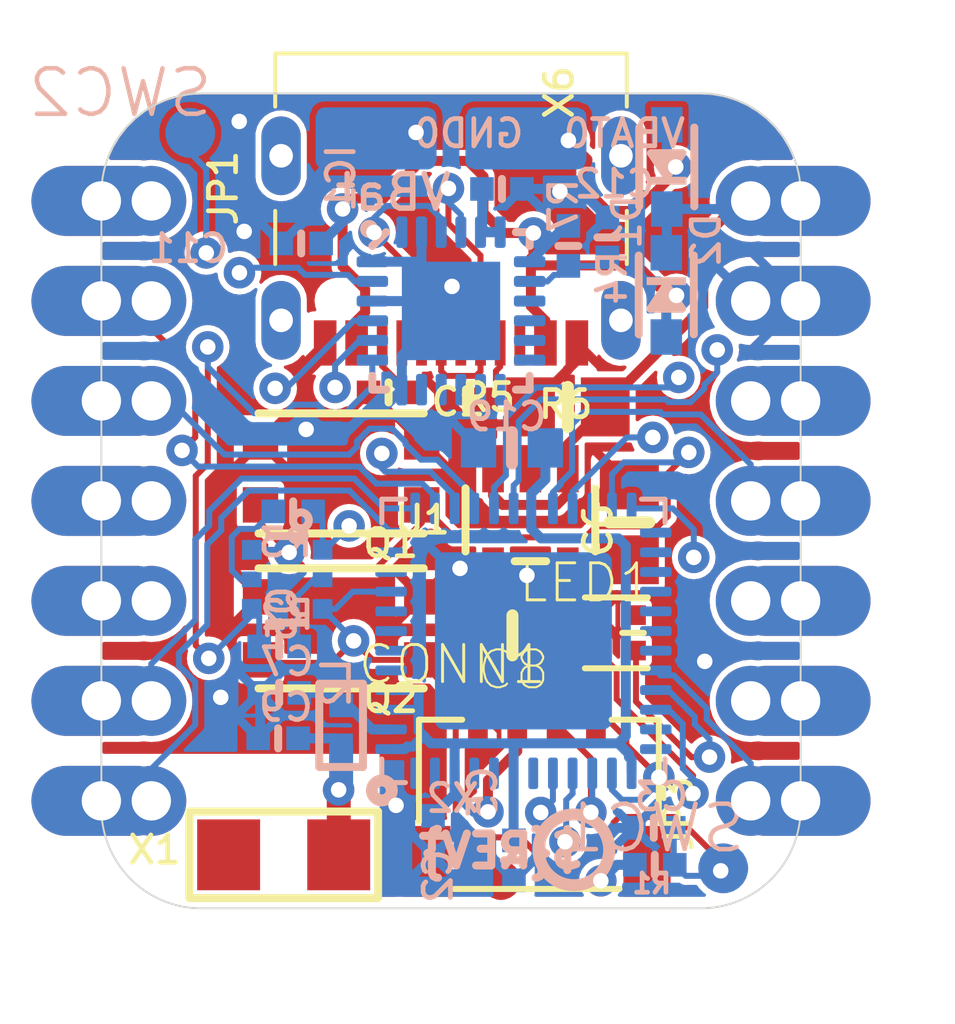
<source format=kicad_pcb>
(kicad_pcb (version 20221018) (generator pcbnew)
  (layers (0 "F.Cu" signal) (1 "In1.Cu" signal) (2 "In2.Cu" signal) (31 "B.Cu" signal) (34 "B.Paste" user) (35 "F.Paste" user) (36 "B.SilkS" user "B.Silkscreen") (37 "F.SilkS" user "F.Silkscreen") (38 "B.Mask" user) (39 "F.Mask" user) (44 "Edge.Cuts" user))
  (net 0 "")
  (net 1 "GND")
  (net 2 "D+")
  (net 3 "D-")
  (net 4 "VBUS")
  (net 5 "~{RESET}")
  (net 6 "3.3V")
  (net 7 "A0")
  (net 8 "CC1")
  (net 9 "CC2")
  (net 10 "A3")
  (net 11 "MOSI")
  (net 12 "MISO")
  (net 13 "SCK")
  (net 14 "SDA")
  (net 15 "A2")
  (net 16 "A1")
  (net 17 "SCL")
  (net 18 "NEOPIX")
  (net 19 "+5V")
  (net 20 "LNA")
  (net 21 "N$3")
  (net 22 "IO0")
  (net 23 "SDA1")
  (net 24 "SCL1")
  (net 25 "NEOPIX_PWR")
  (net 26 "TX")
  (net 27 "RX")
  (net 28 "VBAT")
  (net 29 "DTR")
  (net 30 "VBUS_DETECT")
  (net 31 "RXD0")
  (net 32 "TXD0")
  (net 33 "RTS")
  (net 34 "N$12")
  (net 35 "N$13")
  (net 36 "N$1")
  (footprint "working:BTN_KMR2_4.6X2.8" (layer "F.Cu") (at 145.7071 108.2421 180)
    (fp_text reference "Q2")
    (fp_text value "reset")
  )
  (footprint "working:_0402NO" (layer "F.Cu") (at 146.9136 102.2477)
    (fp_text reference "R5")
    (fp_text value "5.1K")
  )
  (footprint "working:0805-NO" (layer "F.Cu") (at 153.035 105.5497 90)
    (fp_text reference "C6")
    (fp_text value "22uF")
  )
  (footprint "working:USB_C_CUSB31-CFM2AX-01-X" (layer "F.Cu") (at 148.5011 97.4471 180)
    (fp_text reference "X6")
    (fp_text value "USB TYPE C")
  )
  (footprint "working:ANT_2450AT18B100" (layer "F.Cu") (at 144.2466 113.9952 180)
    (fp_text reference "X1")
    (fp_text value "2.4GHz")
  )
  (footprint "working:0805-NO" (layer "F.Cu") (at 151.4729 102.616 180)
    (fp_text reference "C1")
    (fp_text value "22uF")
  )
  (footprint "working:QTPY_ESP32_TOP" (layer "F.Cu") (at 139.6111 115.3541)
    (fp_text reference "U$22" hide)
    (fp_text value "" hide)
  )
  (footprint "working:1X07_CASTEL" (layer "F.Cu") (at 156.1211 105.0036 90)
    (fp_text reference "JP3")
    (fp_text value "")
  )
  (footprint "working:_0402NO" (layer "F.Cu") (at 148.8821 102.4255)
    (fp_text reference "R6")
    (fp_text value "5.1K")
  )
  (footprint "working:SOT23-5" (layer "F.Cu") (at 150.5204 105.4862 180)
    (fp_text reference "U1")
    (fp_text value "AP2112K-3.3")
  )
  (footprint "working:SK6805_1515" (layer "F.Cu") (at 152.7048 108.3564)
    (fp_text reference "LED1")
    (fp_text value "WS2812B_SK6805_1515")
  )
  (footprint "working:FIDUCIAL_1MM" (layer "F.Cu") (at 149.7711 114.6429)
    (fp_text reference "U$8" hide)
    (fp_text value "FIDUCIAL_1MM" hide)
  )
  (footprint "working:BTN_KMR2_4.6X2.8" (layer "F.Cu") (at 145.7071 104.3051 180)
    (fp_text reference "Q1")
    (fp_text value "BOOT0")
  )
  (footprint "working:FIDUCIAL_1MM" (layer "F.Cu") (at 145.8087 95.8596)
    (fp_text reference "U$6" hide)
    (fp_text value "FIDUCIAL_1MM" hide)
  )
  (footprint "working:0805-NO" (layer "F.Cu") (at 150.0632 108.4199 180)
    (fp_text reference "C8")
    (fp_text value "22uF")
  )
  (footprint "working:JST_SH4_SKINNY" (layer "F.Cu") (at 150.6855 112.776)
    (fp_text reference "CONN1")
    (fp_text value "STEMMA_I2C_QTSKINNY" hide)
  )
  (footprint "working:1X07_CASTEL" (layer "F.Cu") (at 140.8811 105.0036 -90)
    (fp_text reference "JP1")
    (fp_text value "")
  )
  (footprint "working:_0402NO" (layer "B.Cu") (at 151.4856 98.5266 90)
    (fp_text reference "R7")
    (fp_text value "10K")
  )
  (footprint "working:TESTPOINT_PLUS_1X3MM" (layer "B.Cu") (at 150.4061 95.7961)
    (fp_text reference "VBAT0")
    (fp_text value "")
  )
  (footprint "working:TESTPOINT_MINUS_1X3MM" (layer "B.Cu") (at 146.5961 95.7961)
    (fp_text reference "GND0")
    (fp_text value "")
  )
  (footprint "working:_0402NO" (layer "B.Cu") (at 144.1069 111.0361 180)
    (fp_text reference "C9")
    (fp_text value "1.2pF")
  )
  (footprint "working:_0402" (layer "B.Cu") (at 145.7071 110.7059 90)
    (fp_text reference "L2")
    (fp_text value "2.2nH")
  )
  (footprint "working:B1,27" (layer "B.Cu") (at 155.4226 114.3381 180)
    (fp_text reference "SWC1")
    (fp_text value "TPB1,27")
  )
  (footprint "working:_0402NO" (layer "B.Cu") (at 150.1013 114.1349 -90)
    (fp_text reference "C5")
    (fp_text value ".1uF")
  )
  (footprint "working:SOD-323_MINI" (layer "B.Cu") (at 153.9748 99.7712 -90)
    (fp_text reference "D1")
    (fp_text value "  NSR0320")
  )
  (footprint "working:_0402NO" (layer "B.Cu") (at 152.4762 98.3107 -90)
    (fp_text reference "R4")
    (fp_text value "22K")
  )
  (footprint "working:_0402NO" (layer "B.Cu") (at 148.0439 113.5126 -90)
    (fp_text reference "C2")
    (fp_text value "1uF")
  )
  (footprint "working:_0402NO" (layer "B.Cu") (at 153.6573 113.3094 180)
    (fp_text reference "C3")
    (fp_text value "1uF")
  )
  (footprint "working:PCBFEAT-REV-040" (layer "B.Cu") (at 151.6253 113.8682 180)
    (fp_text reference "U$12" hide)
    (fp_text value "" hide)
  )
  (footprint "working:QFN24_4MM_SMSC" (layer "B.Cu") (at 148.5011 100.1776 -90)
    (fp_text reference "IC1")
    (fp_text value "CP2102N-24")
  )
  (footprint "working:B1,27" (layer "B.Cu") (at 141.8717 95.6564 180)
    (fp_text reference "SWC2")
    (fp_text value "TPB1,27")
  )
  (footprint "working:_0402NO" (layer "B.Cu") (at 144.4879 105.2703)
    (fp_text reference "R3")
    (fp_text value "10K")
  )
  (footprint "working:SOD-323_MINI" (layer "B.Cu") (at 153.9875 96.52 90)
    (fp_text reference "D2")
    (fp_text value "  NSR0320")
  )
  (footprint "working:_0402NO" (layer "B.Cu") (at 144.6911 98.4631 180)
    (fp_text reference "C11")
    (fp_text value "0.1uF")
  )
  (footprint "working:QFN48_7X7" (layer "B.Cu") (at 150.3426 108.5596)
    (fp_text reference "X2")
    (fp_text value "ESP-32-PICO-V3-02")
  )
  (footprint "working:_0402NO" (layer "B.Cu") (at 153.6827 114.2492)
    (fp_text reference "R1")
    (fp_text value "10K")
  )
  (footprint "working:SOT363" (layer "B.Cu") (at 144.3355 106.9975 -90)
    (fp_text reference "Q5")
    (fp_text value "DUAL NPN")
  )
  (footprint "working:_0402NO" (layer "B.Cu") (at 149.7965 97.0788)
    (fp_text reference "C12")
    (fp_text value "1uF")
  )
  (footprint "working:QTPY_ESP32_BOT" (layer "B.Cu") (at 157.3911 115.3541 180)
    (fp_text reference "U$3" hide)
    (fp_text value "" hide)
  )
  (footprint "working:_0402NO" (layer "B.Cu") (at 144.1323 109.8804 180)
    (fp_text reference "C7")
    (fp_text value "1.2pF")
  )
  (footprint "working:0603-NO_WIDE" (layer "B.Cu") (at 150.0505 103.6574 180)
    (fp_text reference "C19")
    (fp_text value "1uF")
  )
  (footprint "working:_0402NO" (layer "B.Cu") (at 144.1323 108.6993 180)
    (fp_text reference "R2")
    (fp_text value "10K")
  )
  (gr_line (start 139.6111 112.8141) (end 139.6111 97.1931) (stroke (width 0.05)) (layer "Edge.Cuts"))
  (gr_arc (start 139.6111 97.1931) (mid 140.355049 95.397049) (end 142.1511 94.6531) (stroke (width 0.05)) (layer "Edge.Cuts"))
  (gr_line (start 154.8511 115.3541) (end 142.1511 115.3541) (stroke (width 0.05)) (layer "Edge.Cuts"))
  (gr_line (start 142.1511 94.6531) (end 154.8511 94.6531) (stroke (width 0.05)) (layer "Edge.Cuts"))
  (gr_arc (start 142.1511 115.3541) (mid 140.355049 114.610151) (end 139.6111 112.8141) (stroke (width 0.05)) (layer "Edge.Cuts"))
  (gr_arc (start 157.3911 112.8141) (mid 156.647151 114.610151) (end 154.8511 115.3541) (stroke (width 0.05)) (layer "Edge.Cuts"))
  (gr_arc (start 154.8511 94.6531) (mid 156.647151 95.397049) (end 157.3911 97.1931) (stroke (width 0.05)) (layer "Edge.Cuts"))
  (gr_line (start 157.3911 97.1931) (end 157.3911 112.8141) (stroke (width 0.05)) (layer "Edge.Cuts"))
  (gr_text "VBat" (at 147.0279 97.1677) (layer "B.SilkS") (effects (font (size 0.87376 0.87376) (thickness 0.14224)) (justify mirror)))
  (segment (start 148.4631 103.5051) (end 147.7571 103.5051) (width 0.254) (layer "F.Cu") (net 1))
  (segment (start 148.6789 104.9655) (end 148.6789 103.7209) (width 0.254) (layer "F.Cu") (net 1))
  (segment (start 150.5229 102.616) (end 150.0784 103.0605) (width 0.254) (layer "F.Cu") (net 1))
  (segment (start 148.2852 102.5144) (end 147.8407 102.9589) (width 0.254) (layer "F.Cu") (net 1))
  (segment (start 147.8153 102.9589) (end 147.7571 103.0171) (width 0.254) (layer "F.Cu") (net 1))
  (segment (start 152.7121 107.3991) (end 152.7175 107.3991) (width 0.254) (layer "F.Cu") (net 1))
  (segment (start 148.3741 102.4255) (end 148.2852 102.5144) (width 0.254) (layer "F.Cu") (net 1))
  (segment (start 152.5499 104.5997) (end 151.638 105.5116) (width 0.254) (layer "F.Cu") (net 1))
  (segment (start 151.468 101.6684) (end 151.468 101.682832) (width 0.254) (layer "F.Cu") (net 1))
  (segment (start 152.2048 107.9064) (end 152.7121 107.3991) (width 0.254) (layer "F.Cu") (net 1))
  (segment (start 148.8313 103.0605) (end 148.2852 102.5144) (width 0.254) (layer "F.Cu") (net 1))
  (segment (start 145.3011 101.2821) (end 144.7546 101.8286) (width 0.254) (layer "F.Cu") (net 1))
  (segment (start 147.8407 102.9589) (end 147.8153 102.9589) (width 0.254) (layer "F.Cu") (net 1))
  (segment (start 149.2123 105.4989) (end 148.6789 104.9655) (width 0.254) (layer "F.Cu") (net 1))
  (segment (start 151.7011 101.4353) (end 151.468 101.6684) (width 0.254) (layer "F.Cu") (net 1))
  (segment (start 149.640862 105.5116) (end 149.628162 105.4989) (width 0.254) (layer "F.Cu") (net 1))
  (segment (start 151.7011 100.9921) (end 151.7011 101.4353) (width 0.254) (layer "F.Cu") (net 1))
  (segment (start 149.628162 105.4989) (end 149.2123 105.4989) (width 0.254) (layer "F.Cu") (net 1))
  (segment (start 144.7546 101.8286) (end 144.7546 102.2096) (width 0.254) (layer "F.Cu") (net 1))
  (segment (start 150.0784 103.0605) (end 148.8313 103.0605) (width 0.254) (layer "F.Cu") (net 1))
  (segment (start 151.468 101.682832) (end 150.534831 102.616) (width 0.254) (layer "F.Cu") (net 1))
  (segment (start 150.534831 102.616) (end 150.5229 102.616) (width 0.254) (layer "F.Cu") (net 1))
  (segment (start 145.3011 100.9921) (end 145.3011 101.2821) (width 0.254) (layer "F.Cu") (net 1))
  (segment (start 151.638 105.5116) (end 149.640862 105.5116) (width 0.254) (layer "F.Cu") (net 1))
  (segment (start 153.035 104.5997) (end 152.5499 104.5997) (width 0.254) (layer "F.Cu") (net 1))
  (segment (start 147.7571 103.0171) (end 147.7571 103.5051) (width 0.254) (layer "F.Cu") (net 1))
  (segment (start 148.6789 103.7209) (end 148.4631 103.5051) (width 0.254) (layer "F.Cu") (net 1))
  (via (at 143.2433 98.1583) (size 0.8001) (drill 0.3937) (layers "F.Cu" "B.Cu") (net 1))
  (via (at 147.6121 95.6437) (size 0.8001) (drill 0.3937) (layers "F.Cu" "B.Cu") (net 1))
  (via (at 151.2697 97.1423) (size 0.8001) (drill 0.3937) (layers "F.Cu" "B.Cu") (net 1))
  (via (at 147.1041 112.7379) (size 0.8001) (drill 0.3937) (layers "F.Cu" "B.Cu") (net 1))
  (via (at 144.8181 103.1875) (size 0.8001) (drill 0.3937) (layers "F.Cu" "B.Cu") (net 1))
  (via (at 154.9527 109.0803) (size 0.8001) (drill 0.3937) (layers "F.Cu" "B.Cu") (net 1))
  (via (at 150.4315 106.8959) (size 0.8001) (drill 0.3937) (layers "F.Cu" "B.Cu") (net 1))
  (via (at 142.6464 109.9947) (size 0.8001) (drill 0.3937) (layers "F.Cu" "B.Cu") (net 1))
  (via (at 143.1163 95.3643) (size 0.8001) (drill 0.3937) (layers "F.Cu" "B.Cu") (net 1))
  (via (at 148.5265 99.5553) (size 0.8001) (drill 0.3937) (layers "F.Cu" "B.Cu") (net 1))
  (via (at 148.7297 106.7181) (size 0.8001) (drill 0.3937) (layers "F.Cu" "B.Cu") (net 1))
  (segment (start 147.5485 95.6437) (end 147.6121 95.6437) (width 0.254) (layer "B.Cu") (net 1))
  (segment (start 146.5141 102.5779) (end 145.9632 103.1288) (width 0.254) (layer "B.Cu") (net 1))
  (segment (start 152.7302 113.3094) (end 152.2603 113.7793) (width 0.254) (layer "B.Cu") (net 1))
  (segment (start 146.8508 102.5779) (end 146.5141 102.5779) (width 0.254) (layer "B.Cu") (net 1))
  (segment (start 145.0721 96.7867) (end 145.0721 97.0407) (width 0.254) (layer "B.Cu") (net 1))
  (segment (start 147.7511 98.1776) (end 147.7511 99.0847) (width 0.254) (layer "B.Cu") (net 1))
  (segment (start 151.7523 97.0788) (end 152.4762 97.8027) (width 0.254) (layer "B.Cu") (net 1))
  (segment (start 145.9632 103.1288) (end 144.8768 103.1288) (width 0.254) (layer "B.Cu") (net 1))
  (segment (start 148.2217 99.5553) (end 148.5265 99.5553) (width 0.254) (layer "B.Cu") (net 1))
  (segment (start 147.594 98.9276) (end 147.7511 99.0847) (width 0.254) (layer "B.Cu") (net 1))
  (segment (start 147.6121 95.6437) (end 146.9517 96.3041) (width 0.254) (layer "B.Cu") (net 1))
  (segment (start 144.8768 103.1288) (end 144.8181 103.1875) (width 0.254) (layer "B.Cu") (net 1))
  (segment (start 143.6243 109.8804) (end 143.6497 109.9058) (width 0.254) (layer "B.Cu") (net 1))
  (segment (start 147.2511 102.1776) (end 146.8508 102.5779) (width 0.254) (layer "B.Cu") (net 1))
  (segment (start 148.2511 99.9276) (end 148.5011 100.1776) (width 0.254) (layer "B.Cu") (net 1))
  (segment (start 143.6497 109.9058) (end 143.6497 110.9853) (width 0.254) (layer "B.Cu") (net 1))
  (segment (start 146.5011 99.9276) (end 148.2511 99.9276) (width 0.254) (layer "B.Cu") (net 1))
  (segment (start 145.5547 96.3041) (end 145.0721 96.7867) (width 0.254) (layer "B.Cu") (net 1))
  (segment (start 146.9517 96.3041) (end 145.5547 96.3041) (width 0.254) (layer "B.Cu") (net 1))
  (segment (start 148.3868 100.1776) (end 148.5011 100.1776) (width 0.254) (layer "B.Cu") (net 1))
  (segment (start 150.3045 97.0788) (end 151.7523 97.0788) (width 0.254) (layer "B.Cu") (net 1))
  (segment (start 146.5011 98.9276) (end 147.594 98.9276) (width 0.254) (layer "B.Cu") (net 1))
  (segment (start 143.6497 110.9853) (end 143.5989 111.0361) (width 0.254) (layer "B.Cu") (net 1))
  (segment (start 147.2511 101.3133) (end 148.3868 100.1776) (width 0.254) (layer "B.Cu") (net 1))
  (segment (start 147.4461 95.7461) (end 147.5485 95.6437) (width 0.254) (layer "B.Cu") (net 1))
  (segment (start 147.7511 99.0847) (end 148.2217 99.5553) (width 0.254) (layer "B.Cu") (net 1))
  (segment (start 153.1493 113.3094) (end 152.7302 113.3094) (width 0.254) (layer "B.Cu") (net 1))
  (segment (start 147.2511 102.1776) (end 147.2511 101.3133) (width 0.254) (layer "B.Cu") (net 1))
  (segment (start 148.018912 100.1885) (end 148.017112 100.1903) (width 0.1524) (layer "F.Cu") (net 2))
  (segment (start 147.7511 99.39105) (end 146.54375 98.1837) (width 0.1524) (layer "F.Cu") (net 2))
  (segment (start 148.7511 100.2625) (end 148.6771 100.1885) (width 0.1524) (layer "F.Cu") (net 2))
  (segment (start 148.7511 100.9921) (end 148.7511 100.2625) (width 0.1524) (layer "F.Cu") (net 2))
  (segment (start 148.017112 100.1903) (end 147.7511 100.1903) (width 0.1524) (layer "F.Cu") (net 2))
  (segment (start 147.7511 100.1903) (end 147.7511 99.39105) (width 0.1524) (layer "F.Cu") (net 2))
  (segment (start 148.6771 100.1885) (end 148.018912 100.1885) (width 0.1524) (layer "F.Cu") (net 2))
  (segment (start 147.7511 100.9921) (end 147.7511 100.1903) (width 0.1524) (layer "F.Cu") (net 2))
  (via (at 146.54375 98.1837) (size 0.8001) (drill 0.3937) (layers "F.Cu" "B.Cu") (net 2))
  (segment (start 146.54375 97.8154) (end 146.54375 98.1837) (width 0.1524) (layer "B.Cu") (net 2))
  (segment (start 148.2511 97.83365) (end 147.92805 97.5106) (width 0.1524) (layer "B.Cu") (net 2))
  (segment (start 147.92805 97.5106) (end 146.84855 97.5106) (width 0.1524) (layer "B.Cu") (net 2))
  (segment (start 146.84855 97.5106) (end 146.54375 97.8154) (width 0.1524) (layer "B.Cu") (net 2))
  (segment (start 148.2511 98.1776) (end 148.2511 97.83365) (width 0.1524) (layer "B.Cu") (net 2))
  (segment (start 149.2511 98.77015) (end 148.43605 97.9551) (width 0.1524) (layer "F.Cu") (net 3))
  (segment (start 149.2511 100.9921) (end 149.2511 101.7136) (width 0.1524) (layer "F.Cu") (net 3))
  (segment (start 149.2511 100.9921) (end 149.2511 98.77015) (width 0.1524) (layer "F.Cu") (net 3))
  (segment (start 149.2511 101.7136) (end 149.1361 101.8286) (width 0.1524) (layer "F.Cu") (net 3))
  (segment (start 148.43605 97.9551) (end 148.43605 97.0661) (width 0.1524) (layer "F.Cu") (net 3))
  (segment (start 149.1361 101.8286) (end 148.3741 101.8286) (width 0.1524) (layer "F.Cu") (net 3))
  (segment (start 148.2511 101.7056) (end 148.2511 100.9921) (width 0.1524) (layer "F.Cu") (net 3))
  (segment (start 148.3741 101.8286) (end 148.2511 101.7056) (width 0.1524) (layer "F.Cu") (net 3))
  (via (at 148.43605 97.0661) (size 0.8001) (drill 0.3937) (layers "F.Cu" "B.Cu") (net 3))
  (segment (start 148.7511 97.7331) (end 148.4336 97.4156) (width 0.1524) (layer "B.Cu") (net 3))
  (segment (start 148.7511 97.7331) (end 148.7511 98.1776) (width 0.1524) (layer "B.Cu") (net 3))
  (segment (start 148.43605 97.0661) (end 148.4336 97.06855) (width 0.1524) (layer "B.Cu") (net 3))
  (segment (start 148.4336 97.06855) (end 148.4336 97.4156) (width 0.1524) (layer "B.Cu") (net 3))
  (segment (start 150.5331 100.057538) (end 150.5331 98.8441) (width 0.254) (layer "F.Cu") (net 4))
  (segment (start 145.7452 99.052763) (end 145.7452 97.5868) (width 0.254) (layer "F.Cu") (net 4))
  (segment (start 154.00655 99.7839) (end 153.24455 99.0219) (width 0.254) (layer "F.Cu") (net 4))
  (segment (start 149.8346 98.19795) (end 149.3266 97.68995) (width 0.254) (layer "F.Cu") (net 4))
  (segment (start 146.1011 100.425538) (end 146.3171 100.209538) (width 0.254) (layer "F.Cu") (net 4))
  (segment (start 150.5966 98.8441) (end 150.5966 98.19795) (width 0.254) (layer "F.Cu") (net 4))
  (segment (start 153.24455 99.0219) (end 150.5966 99.0219) (width 0.254) (layer "F.Cu") (net 4))
  (segment (start 149.8346 98.19795) (end 150.5966 98.19795) (width 0.254) (layer "F.Cu") (net 4))
  (segment (start 148.9329 96.3676) (end 149.3266 96.7613) (width 0.254) (layer "F.Cu") (net 4))
  (segment (start 150.9011 100.425538) (end 150.5331 100.057538) (width 0.254) (layer "F.Cu") (net 4))
  (segment (start 146.0119 97.3201) (end 146.7866 97.3201) (width 0.254) (layer "F.Cu") (net 4))
  (segment (start 150.9011 100.9921) (end 150.9011 100.425538) (width 0.254) (layer "F.Cu") (net 4))
  (segment (start 154.23515 99.7839) (end 154.00655 99.7839) (width 0.254) (layer "F.Cu") (net 4))
  (segment (start 146.3171 99.624663) (end 145.7452 99.052763) (width 0.254) (layer "F.Cu") (net 4))
  (segment (start 150.5966 99.0219) (end 150.5966 98.8441) (width 0.254) (layer "F.Cu") (net 4))
  (segment (start 145.7452 97.5868) (end 146.0119 97.3201) (width 0.254) (layer "F.Cu") (net 4))
  (segment (start 149.3266 96.7613) (end 149.3266 97.68995) (width 0.254) (layer "F.Cu") (net 4))
  (segment (start 146.1011 100.9921) (end 146.1011 100.425538) (width 0.254) (layer "F.Cu") (net 4))
  (segment (start 146.3171 100.209538) (end 146.3171 99.624663) (width 0.254) (layer "F.Cu") (net 4))
  (segment (start 147.7391 96.3676) (end 146.7866 97.3201) (width 0.254) (layer "F.Cu") (net 4))
  (segment (start 150.5966 98.8441) (end 150.5331 98.8441) (width 0.254) (layer "F.Cu") (net 4))
  (segment (start 147.7391 96.3676) (end 148.9329 96.3676) (width 0.254) (layer "F.Cu") (net 4))
  (via (at 145.7452 97.5868) (size 0.8001) (drill 0.3937) (layers "F.Cu" "B.Cu") (net 4))
  (via (at 150.5966 98.19795) (size 0.8001) (drill 0.3937) (layers "F.Cu" "B.Cu") (net 4))
  (via (at 154.23515 99.7839) (size 0.8001) (drill 0.3937) (layers "F.Cu" "B.Cu") (net 4))
  (segment (start 150.5966 98.19795) (end 150.90295 98.19795) (width 0.254) (layer "B.Cu") (net 4))
  (segment (start 151.06685 98.36185) (end 151.4101 98.0186) (width 0.254) (layer "B.Cu") (net 4))
  (segment (start 145.7452 97.917) (end 145.1991 98.4631) (width 0.254) (layer "B.Cu") (net 4))
  (segment (start 153.9748 100.04425) (end 154.23515 99.7839) (width 0.254) (layer "B.Cu") (net 4))
  (segment (start 150.90295 98.19795) (end 151.06685 98.36185) (width 0.254) (layer "B.Cu") (net 4))
  (segment (start 151.4101 98.0186) (end 151.4856 98.0186) (width 0.254) (layer "B.Cu") (net 4))
  (segment (start 153.9748 100.8412) (end 153.9748 100.04425) (width 0.254) (layer "B.Cu") (net 4))
  (segment (start 150.5011 98.9276) (end 151.06685 98.36185) (width 0.254) (layer "B.Cu") (net 4))
  (segment (start 145.7452 97.5868) (end 145.7452 97.917) (width 0.254) (layer "B.Cu") (net 4))
  (segment (start 146.5071 109.0421) (end 147.7571 109.0421) (width 0.1524) (layer "F.Cu") (net 5))
  (segment (start 154.2449 113.0334) (end 152.777318 113.0334) (width 0.1524) (layer "F.Cu") (net 5))
  (segment (start 146.0246 108.5596) (end 146.5071 109.0421) (width 0.1524) (layer "F.Cu") (net 5))
  (segment (start 149.200021 113.550885) (end 150.269353 113.550885) (width 0.1524) (layer "F.Cu") (net 5))
  (segment (start 152.636218 113.1745) (end 152.636218 113.32695) (width 0.1524) (layer "F.Cu") (net 5))
  (segment (start 150.269353 113.550885) (end 151.010568 114.2921) (width 0.1524) (layer "F.Cu") (net 5))
  (segment (start 148.6207 110.0708) (end 147.7571 109.0421) (width 0.1524) (layer "F.Cu") (net 5))
  (segment (start 148.6207 110.0708) (end 148.6207 112.971563) (width 0.1524) (layer "F.Cu") (net 5))
  (segment (start 152.777318 113.0334) (end 152.636218 113.1745) (width 0.1524) (layer "F.Cu") (net 5))
  (segment (start 155.3591 114.1476) (end 154.2449 113.0334) (width 0.1524) (layer "F.Cu") (net 5))
  (segment (start 155.3591 114.4016) (end 155.3591 114.1476) (width 0.1524) (layer "F.Cu") (net 5))
  (segment (start 143.7333 109.1183) (end 143.6571 109.0421) (width 0.1524) (layer "F.Cu") (net 5))
  (segment (start 148.6207 112.971563) (end 149.200021 113.550885) (width 0.1524) (layer "F.Cu") (net 5))
  (segment (start 151.671068 114.2921) (end 151.010568 114.2921) (width 0.1524) (layer "F.Cu") (net 5))
  (segment (start 152.636218 113.32695) (end 151.671068 114.2921) (width 0.1524) (layer "F.Cu") (net 5))
  (segment (start 146.0246 108.5596) (end 145.4659 109.1183) (width 0.1524) (layer "F.Cu") (net 5))
  (segment (start 145.4659 109.1183) (end 143.7333 109.1183) (width 0.1524) (layer "F.Cu") (net 5))
  (via (at 155.3591 114.4016) (size 0.8001) (drill 0.3937) (layers "F.Cu" "B.Cu") (net 5))
  (via (at 146.0246 108.5596) (size 0.8001) (drill 0.3937) (layers "F.Cu" "B.Cu") (net 5))
  (segment (start 146.0036 107.3096) (end 145.5657 107.7475) (width 0.1524) (layer "B.Cu") (net 5))
  (segment (start 146.9776 107.3096) (end 146.0036 107.3096) (width 0.1524) (layer "B.Cu") (net 5))
  (segment (start 145.5657 107.7475) (end 145.2355 107.7475) (width 0.1524) (layer "B.Cu") (net 5))
  (segment (start 155.2321 114.5286) (end 154.4701 114.5286) (width 0.1524) (layer "B.Cu") (net 5))
  (segment (start 146.0246 108.5366) (end 145.2355 107.7475) (width 0.1524) (layer "B.Cu") (net 5))
  (segment (start 146.0246 108.5596) (end 146.0246 108.5366) (width 0.1524) (layer "B.Cu") (net 5))
  (segment (start 154.1907 114.2492) (end 154.4701 114.5286) (width 0.1524) (layer "B.Cu") (net 5))
  (segment (start 154.1653 113.3094) (end 154.1653 114.2238) (width 0.1524) (layer "B.Cu") (net 5))
  (segment (start 155.3591 114.4016) (end 155.2321 114.5286) (width 0.1524) (layer "B.Cu") (net 5))
  (segment (start 155.4226 114.3381) (end 155.3591 114.4016) (width 0.1524) (layer "B.Cu") (net 5))
  (segment (start 154.1653 114.2238) (end 154.1907 114.2492) (width 0.1524) (layer "B.Cu") (net 5))
  (segment (start 150.1855 110.262) (end 150.1855 109.2476) (width 0.254) (layer "F.Cu") (net 6))
  (segment (start 151.4704 106.7863) (end 151.757 106.4997) (width 0.254) (layer "F.Cu") (net 6))
  (segment (start 151.757 106.4997) (end 153.035 106.4997) (width 0.254) (layer "F.Cu") (net 6))
  (segment (start 150.1855 110.262) (end 150.1855 111.3583) (width 0.254) (layer "F.Cu") (net 6))
  (segment (start 149.44104 112.10276) (end 149.44104 112.90286) (width 0.254) (layer "F.Cu") (net 6))
  (segment (start 150.1855 111.3583) (end 149.44104 112.10276) (width 0.254) (layer "F.Cu") (net 6))
  (segment (start 150.1855 109.2476) (end 151.0132 108.4199) (width 0.254) (layer "F.Cu") (net 6))
  (segment (start 151.4704 107.9627) (end 151.4704 106.7863) (width 0.254) (layer "F.Cu") (net 6))
  (segment (start 151.0132 108.4199) (end 151.4704 107.9627) (width 0.254) (layer "F.Cu") (net 6))
  (via (at 149.44104 112.90286) (size 0.8001) (drill 0.3937) (layers "F.Cu" "B.Cu") (net 6))
  (via (at 152.3111 114.6556) (size 0.8001) (drill 0.3937) (layers "F.Cu" "B.Cu") (net 6))
  (segment (start 148.5926 111.2621) (end 148.5926 111.9246) (width 0.254) (layer "B.Cu") (net 6))
  (segment (start 150.5426 104.8136) (end 150.5426 105.1946) (width 0.254) (layer "B.Cu") (net 6))
  (segment (start 148.5926 111.2621) (end 148.6916 111.1631) (width 0.254) (layer "B.Cu") (net 6))
  (segment (start 150.0926 111.9246) (end 150.0926 113.6182) (width 0.254) (layer "B.Cu") (net 6))
  (segment (start 146.9776 110.3096) (end 147.6476 110.3096) (width 0.254) (layer "B.Cu") (net 6))
  (segment (start 153.1747 114.2492) (end 152.7175 114.2492) (width 0.254) (layer "B.Cu") (net 6))
  (segment (start 149.08544 112.90286) (end 148.5926 112.410019) (width 0.254) (layer "B.Cu") (net 6))
  (segment (start 157.3911 102.4636) (end 156.1211 102.4636) (width 0.254) (layer "B.Cu") (net 6))
  (segment (start 152.7556 105.9561) (end 152.9461 106.1466) (width 0.254) (layer "B.Cu") (net 6))
  (segment (start 150.5426 105.1946) (end 150.5426 105.7116) (width 0.254) (layer "B.Cu") (net 6))
  (segment (start 147.6756 110.8456) (end 147.6756 110.3376) (width 0.254) (layer "B.Cu") (net 6))
  (segment (start 147.6756 110.3376) (end 147.6756 109.8931) (width 0.254) (layer "B.Cu") (net 6))
  (segment (start 150.0251 111.1631) (end 152.7556 111.1631) (width 0.254) (layer "B.Cu") (net 6))
  (segment (start 147.9931 111.1631) (end 147.8026 110.9726) (width 0.254) (layer "B.Cu") (net 6))
  (segment (start 148.5926 112.4559) (end 148.0439 113.0046) (width 0.254) (layer "B.Cu") (net 6))
  (segment (start 150.9005 104.4557) (end 150.5426 104.8136) (width 0.254) (layer "B.Cu") (net 6))
  (segment (start 150.9005 103.6574) (end 150.9005 104.4557) (width 0.254) (layer "B.Cu") (net 6))
  (segment (start 146.9776 111.3096) (end 147.324081 111.3096) (width 0.254) (layer "B.Cu") (net 6))
  (segment (start 147.6476 110.3096) (end 147.6756 110.3376) (width 0.254) (layer "B.Cu") (net 6))
  (segment (start 152.3111 114.6556) (end 152.7175 114.2492) (width 0.254) (layer "B.Cu") (net 6))
  (segment (start 153.0282 111.513719) (end 153.0926 111.578119) (width 0.254) (layer "B.Cu") (net 6))
  (segment (start 152.9461 106.1466) (end 152.9461 110.9726) (width 0.254) (layer "B.Cu") (net 6))
  (segment (start 153.0282 111.4357) (end 153.0282 111.513719) (width 0.254) (layer "B.Cu") (net 6))
  (segment (start 148.6916 111.1631) (end 147.9931 111.1631) (width 0.254) (layer "B.Cu") (net 6))
  (segment (start 148.5926 111.9246) (end 148.5926 112.4559) (width 0.254) (layer "B.Cu") (net 6))
  (segment (start 150.1013 113.6269) (end 150.0926 113.6182) (width 0.254) (layer "B.Cu") (net 6))
  (segment (start 147.388481 111.2452) (end 147.53 111.2452) (width 0.254) (layer "B.Cu") (net 6))
  (segment (start 150.0926 111.2306) (end 150.0251 111.1631) (width 0.254) (layer "B.Cu") (net 6))
  (segment (start 148.6916 111.1631) (end 150.0251 111.1631) (width 0.254) (layer "B.Cu") (net 6))
  (segment (start 147.6756 109.8931) (end 147.5921 109.8096) (width 0.254) (layer "B.Cu") (net 6))
  (segment (start 152.7556 111.1631) (end 153.0282 111.4357) (width 0.254) (layer "B.Cu") (net 6))
  (segment (start 153.0926 111.578119) (end 153.0926 111.9246) (width 0.254) (layer "B.Cu") (net 6))
  (segment (start 150.5426 105.7116) (end 150.7871 105.9561) (width 0.254) (layer "B.Cu") (net 6))
  (segment (start 149.08544 112.90286) (end 149.44104 112.90286) (width 0.254) (layer "B.Cu") (net 6))
  (segment (start 148.5926 111.9246) (end 148.5926 112.410019) (width 0.254) (layer "B.Cu") (net 6))
  (segment (start 147.5921 109.8096) (end 146.9776 109.8096) (width 0.254) (layer "B.Cu") (net 6))
  (segment (start 147.53 111.2452) (end 147.8026 110.9726) (width 0.254) (layer "B.Cu") (net 6))
  (segment (start 147.324081 111.3096) (end 147.388481 111.2452) (width 0.254) (layer "B.Cu") (net 6))
  (segment (start 152.9461 110.9726) (end 152.7556 111.1631) (width 0.254) (layer "B.Cu") (net 6))
  (segment (start 150.7871 105.9561) (end 152.7556 105.9561) (width 0.254) (layer "B.Cu") (net 6))
  (segment (start 147.8026 110.9726) (end 147.6756 110.8456) (width 0.254) (layer "B.Cu") (net 6))
  (segment (start 150.0926 111.2306) (end 150.0926 111.9246) (width 0.254) (layer "B.Cu") (net 6))
  (via (at 146.74235 103.7971) (size 0.8001) (drill 0.3937) (layers "F.Cu" "B.Cu") (net 7))
  (segment (start 148.5926 105.1946) (end 148.5926 104.882925) (width 0.1524) (layer "B.Cu") (net 7))
  (segment (start 146.74235 103.7971) (end 146.74235 104.174182) (width 0.1524) (layer "B.Cu") (net 7))
  (segment (start 139.6111 97.3836) (end 140.8811 97.3836) (width 0.254) (layer "B.Cu") (net 7))
  (segment (start 148.5926 104.882925) (end 147.970875 104.2612) (width 0.1524) (layer "B.Cu") (net 7))
  (segment (start 146.829368 104.2612) (end 146.74235 104.174182) (width 0.1524) (layer "B.Cu") (net 7))
  (segment (start 147.970875 104.2612) (end 146.829368 104.2612) (width 0.1524) (layer "B.Cu") (net 7))
  (segment (start 149.6441 102.1715) (end 149.3901 102.4255) (width 0.1524) (layer "F.Cu") (net 8))
  (segment (start 149.6441 101.7016) (end 149.6441 102.1715) (width 0.1524) (layer "F.Cu") (net 8))
  (segment (start 149.7511 101.5946) (end 149.6441 101.7016) (width 0.1524) (layer "F.Cu") (net 8))
  (segment (start 149.7511 100.9921) (end 149.7511 101.5946) (width 0.1524) (layer "F.Cu") (net 8))
  (segment (start 146.7511 100.9921) (end 146.7511 101.5772) (width 0.1524) (layer "F.Cu") (net 9))
  (segment (start 146.7511 101.5772) (end 147.4216 102.2477) (width 0.1524) (layer "F.Cu") (net 9))
  (via (at 153.6319 103.3907) (size 0.8001) (drill 0.3937) (layers "F.Cu" "B.Cu") (net 10))
  (segment (start 151.5926 104.7696) (end 152.9715 103.3907) (width 0.1524) (layer "B.Cu") (net 10))
  (segment (start 152.9715 103.3907) (end 153.6319 103.3907) (width 0.1524) (layer "B.Cu") (net 10))
  (segment (start 151.5926 105.1946) (end 151.5926 104.7696) (width 0.1524) (layer "B.Cu") (net 10))
  (segment (start 139.6111 105.0036) (end 140.8811 105.0036) (width 0.254) (layer "B.Cu") (net 10))
  (segment (start 153.886593 102.8065) (end 153.82235 102.742257) (width 0.1524) (layer "B.Cu") (net 11))
  (segment (start 151.0926 104.785513) (end 151.0926 105.1946) (width 0.1524) (layer "B.Cu") (net 11))
  (segment (start 153.82235 102.742257) (end 151.892743 102.742257) (width 0.1524) (layer "B.Cu") (net 11))
  (segment (start 156.1211 104.0765) (end 156.1211 105.0036) (width 0.1524) (layer "B.Cu") (net 11))
  (segment (start 154.8511 102.8065) (end 156.1211 104.0765) (width 0.1524) (layer "B.Cu") (net 11))
  (segment (start 154.8511 102.8065) (end 153.886593 102.8065) (width 0.1524) (layer "B.Cu") (net 11))
  (segment (start 157.3911 105.0036) (end 156.1211 105.0036) (width 0.254) (layer "B.Cu") (net 11))
  (segment (start 151.892743 102.742257) (end 151.5791 103.0559) (width 0.1524) (layer "B.Cu") (net 11))
  (segment (start 151.2878 104.543388) (end 151.2878 104.590313) (width 0.1524) (layer "B.Cu") (net 11))
  (segment (start 151.5791 104.252088) (end 151.2878 104.543388) (width 0.1524) (layer "B.Cu") (net 11))
  (segment (start 151.2878 104.590313) (end 151.0926 104.785513) (width 0.1524) (layer "B.Cu") (net 11))
  (segment (start 151.5791 103.0559) (end 151.5791 104.252088) (width 0.1524) (layer "B.Cu") (net 11))
  (via (at 155.270621 101.168622) (size 0.8001) (drill 0.3937) (layers "F.Cu" "B.Cu") (net 12))
  (segment (start 155.270621 101.727422) (end 155.270621 101.168622) (width 0.1524) (layer "B.Cu") (net 12))
  (segment (start 154.0319 102.49535) (end 154.596056 102.49535) (width 0.1524) (layer "B.Cu") (net 12))
  (segment (start 154.940421 102.150985) (end 154.940421 102.057622) (width 0.1524) (layer "B.Cu") (net 12))
  (segment (start 150.0926 104.6104) (end 150.2196 104.4834) (width 0.1524) (layer "B.Cu") (net 12))
  (segment (start 154.596056 102.49535) (end 154.940421 102.150985) (width 0.1524) (layer "B.Cu") (net 12))
  (segment (start 150.2196 104.4834) (end 150.2196 102.992257) (width 0.1524) (layer "B.Cu") (net 12))
  (segment (start 153.96205 102.4255) (end 154.0319 102.49535) (width 0.1524) (layer "B.Cu") (net 12))
  (segment (start 155.270621 101.727422) (end 154.940421 102.057622) (width 0.1524) (layer "B.Cu") (net 12))
  (segment (start 150.786356 102.4255) (end 153.96205 102.4255) (width 0.1524) (layer "B.Cu") (net 12))
  (segment (start 150.0926 105.1946) (end 150.0926 104.6104) (width 0.1524) (layer "B.Cu") (net 12))
  (segment (start 157.3911 107.5436) (end 156.1211 107.5436) (width 0.254) (layer "B.Cu") (net 12))
  (segment (start 150.2196 102.992257) (end 150.786356 102.4255) (width 0.1524) (layer "B.Cu") (net 12))
  (via (at 154.2923 101.8667) (size 0.8001) (drill 0.3937) (layers "F.Cu" "B.Cu") (net 13))
  (segment (start 149.8974 102.8834) (end 150.6601 102.1207) (width 0.1524) (layer "B.Cu") (net 13))
  (segment (start 150.6601 102.1207) (end 154.0383 102.1207) (width 0.1524) (layer "B.Cu") (net 13))
  (segment (start 149.8974 104.3564) (end 149.8974 102.8834) (width 0.1524) (layer "B.Cu") (net 13))
  (segment (start 149.5926 105.1946) (end 149.5926 104.6612) (width 0.1524) (layer "B.Cu") (net 13))
  (segment (start 157.3911 110.0836) (end 156.1211 110.0836) (width 0.254) (layer "B.Cu") (net 13))
  (segment (start 154.0383 102.1207) (end 154.2923 101.8667) (width 0.1524) (layer "B.Cu") (net 13))
  (segment (start 149.8974 104.3564) (end 149.5926 104.6612) (width 0.1524) (layer "B.Cu") (net 13))
  (via (at 154.6733 106.4387) (size 0.8001) (drill 0.3937) (layers "F.Cu" "B.Cu") (net 14))
  (segment (start 154.6733 106.4387) (end 154.6733 105.7275) (width 0.1524) (layer "B.Cu") (net 14))
  (segment (start 154.6733 105.7275) (end 154.1404 105.1946) (width 0.1524) (layer "B.Cu") (net 14))
  (segment (start 139.6111 107.5436) (end 140.8811 107.5436) (width 0.254) (layer "B.Cu") (net 14))
  (segment (start 153.0926 105.1946) (end 154.1404 105.1946) (width 0.1524) (layer "B.Cu") (net 14))
  (segment (start 147.3456 103.5629) (end 147.3456 103.5113) (width 0.1524) (layer "B.Cu") (net 15))
  (segment (start 145.9103 103.8273) (end 142.7401 103.8273) (width 0.1524) (layer "B.Cu") (net 15))
  (segment (start 148.1524 103.9564) (end 147.7391 103.9564) (width 0.1524) (layer "B.Cu") (net 15))
  (segment (start 146.1137 103.6239) (end 145.9103 103.8273) (width 0.1524) (layer "B.Cu") (net 15))
  (segment (start 147.00275 103.16845) (end 146.43115 103.16845) (width 0.1524) (layer "B.Cu") (net 15))
  (segment (start 146.43115 103.16845) (end 146.1137 103.4859) (width 0.1524) (layer "B.Cu") (net 15))
  (segment (start 148.775675 104.566) (end 148.762 104.566) (width 0.1524) (layer "B.Cu") (net 15))
  (segment (start 149.0926 104.882925) (end 148.775675 104.566) (width 0.1524) (layer "B.Cu") (net 15))
  (segment (start 146.1137 103.4859) (end 146.1137 103.6239) (width 0.1524) (layer "B.Cu") (net 15))
  (segment (start 147.3456 103.5113) (end 147.00275 103.16845) (width 0.1524) (layer "B.Cu") (net 15))
  (segment (start 149.0926 105.1946) (end 149.0926 104.882925) (width 0.1524) (layer "B.Cu") (net 15))
  (segment (start 141.3764 102.4636) (end 140.8811 102.4636) (width 0.1524) (layer "B.Cu") (net 15))
  (segment (start 148.762 104.566) (end 148.1524 103.9564) (width 0.1524) (layer "B.Cu") (net 15))
  (segment (start 139.6111 102.4636) (end 140.8811 102.4636) (width 0.254) (layer "B.Cu") (net 15))
  (segment (start 142.7401 103.8273) (end 141.3764 102.4636) (width 0.1524) (layer "B.Cu") (net 15))
  (segment (start 147.7391 103.9564) (end 147.3456 103.5629) (width 0.1524) (layer "B.Cu") (net 15))
  (segment (start 141.66215 103.7209) (end 141.9987 103.38435) (width 0.1524) (layer "F.Cu") (net 16))
  (segment (start 141.9987 103.38435) (end 141.9987 101.7397) (width 0.1524) (layer "F.Cu") (net 16))
  (segment (start 141.9987 101.7397) (end 140.8811 100.6221) (width 0.1524) (layer "F.Cu") (net 16))
  (segment (start 140.8811 100.6221) (end 140.8811 99.9236) (width 0.1524) (layer "F.Cu") (net 16))
  (via (at 141.66215 103.7209) (size 0.8001) (drill 0.3937) (layers "F.Cu" "B.Cu") (net 16))
  (segment (start 148.0926 104.882925) (end 147.775675 104.566) (width 0.1524) (layer "B.Cu") (net 16))
  (segment (start 148.0926 105.1946) (end 148.0926 104.882925) (width 0.1524) (layer "B.Cu") (net 16))
  (segment (start 147.775675 104.566) (end 146.601512 104.566) (width 0.1524) (layer "B.Cu") (net 16))
  (segment (start 146.601512 104.566) (end 146.167612 104.1321) (width 0.1524) (layer "B.Cu") (net 16))
  (segment (start 139.6111 99.9236) (end 140.8811 99.9236) (width 0.254) (layer "B.Cu") (net 16))
  (segment (start 142.07335 104.1321) (end 141.66215 103.7209) (width 0.1524) (layer "B.Cu") (net 16))
  (segment (start 146.167612 104.1321) (end 142.07335 104.1321) (width 0.1524) (layer "B.Cu") (net 16))
  (segment (start 141.9987 108.026894) (end 140.8811 109.144494) (width 0.1524) (layer "B.Cu") (net 17))
  (segment (start 142.3543 105.258344) (end 142.3543 105.6259) (width 0.1524) (layer "B.Cu") (net 17))
  (segment (start 147.5926 105.1946) (end 146.799056 105.1946) (width 0.1524) (layer "B.Cu") (net 17))
  (segment (start 146.041356 104.4369) (end 143.175743 104.4369) (width 0.1524) (layer "B.Cu") (net 17))
  (segment (start 139.6111 110.0836) (end 140.8811 110.0836) (width 0.254) (layer "B.Cu") (net 17))
  (segment (start 140.8811 109.144494) (end 140.8811 110.0836) (width 0.1524) (layer "B.Cu") (net 17))
  (segment (start 142.3543 105.6259) (end 141.9987 105.9815) (width 0.1524) (layer "B.Cu") (net 17))
  (segment (start 143.175743 104.4369) (end 142.3543 105.258344) (width 0.1524) (layer "B.Cu") (net 17))
  (segment (start 141.9987 105.9815) (end 141.9987 108.026894) (width 0.1524) (layer "B.Cu") (net 17))
  (segment (start 146.799056 105.1946) (end 146.041356 104.4369) (width 0.1524) (layer "B.Cu") (net 17))
  (segment (start 152.7128 109.3144) (end 152.2048 108.8064) (width 0.1524) (layer "F.Cu") (net 18))
  (segment (start 154.653803 112.439897) (end 154.653803 111.981904) (width 0.1524) (layer "F.Cu") (net 18))
  (segment (start 154.653803 111.981904) (end 152.7128 110.0409) (width 0.1524) (layer "F.Cu") (net 18))
  (segment (start 152.7128 109.3144) (end 152.7128 110.0409) (width 0.1524) (layer "F.Cu") (net 18))
  (via (at 154.653803 112.439897) (size 0.8001) (drill 0.3937) (layers "F.Cu" "B.Cu") (net 18))
  (segment (start 154.653803 112.058897) (end 154.653803 112.439897) (width 0.1524) (layer "B.Cu") (net 18))
  (segment (start 153.7076 110.3096) (end 154.0357 110.3096) (width 0.1524) (layer "B.Cu") (net 18))
  (segment (start 154.653803 112.058897) (end 154.3939 111.798994) (width 0.1524) (layer "B.Cu") (net 18))
  (segment (start 154.3939 110.6678) (end 154.3939 111.798994) (width 0.1524) (layer "B.Cu") (net 18))
  (segment (start 154.0357 110.3096) (end 154.3939 110.6678) (width 0.1524) (layer "B.Cu") (net 18))
  (segment (start 151.5491 104.2648) (end 151.4704 104.1861) (width 0.254) (layer "F.Cu") (net 19))
  (segment (start 149.5704 104.8664) (end 149.8092 105.1052) (width 0.254) (layer "F.Cu") (net 19))
  (segment (start 154.9146 98.3361) (end 155.8671 97.3836) (width 0.254) (layer "F.Cu") (net 19))
  (segment (start 151.5491 104.7496) (end 151.5491 104.2648) (width 0.254) (layer "F.Cu") (net 19))
  (segment (start 151.1935 105.1052) (end 151.5491 104.7496) (width 0.254) (layer "F.Cu") (net 19))
  (segment (start 154.9146 100.0735) (end 154.9146 98.3361) (width 0.254) (layer "F.Cu") (net 19))
  (segment (start 151.4704 103.5685) (end 152.4229 102.616) (width 0.254) (layer "F.Cu") (net 19))
  (segment (start 149.8092 105.1052) (end 151.1935 105.1052) (width 0.254) (layer "F.Cu") (net 19))
  (segment (start 152.4229 102.5652) (end 154.9146 100.0735) (width 0.254) (layer "F.Cu") (net 19))
  (segment (start 152.4229 102.616) (end 152.4229 102.5652) (width 0.254) (layer "F.Cu") (net 19))
  (segment (start 149.5704 104.1861) (end 149.5704 104.8664) (width 0.254) (layer "F.Cu") (net 19))
  (segment (start 155.8671 97.3836) (end 156.1211 97.3836) (width 0.254) (layer "F.Cu") (net 19))
  (segment (start 151.4704 104.1861) (end 151.4704 103.5685) (width 0.254) (layer "F.Cu") (net 19))
  (segment (start 155.7306 97.3836) (end 155.5242 97.59) (width 0.254) (layer "B.Cu") (net 19))
  (segment (start 155.7306 97.3836) (end 156.1211 97.3836) (width 0.254) (layer "B.Cu") (net 19))
  (segment (start 153.9875 97.59) (end 153.9875 98.6885) (width 0.254) (layer "B.Cu") (net 19))
  (segment (start 157.3911 97.3836) (end 156.1211 97.3836) (width 0.254) (layer "B.Cu") (net 19))
  (segment (start 153.9875 97.59) (end 155.5242 97.59) (width 0.254) (layer "B.Cu") (net 19))
  (segment (start 153.9748 98.7012) (end 153.9875 98.6885) (width 0.254) (layer "B.Cu") (net 19))
  (segment (start 145.8849 110.1979) (end 145.7071 110.1979) (width 0.254) (layer "B.Cu") (net 20))
  (segment (start 146.9776 110.8096) (end 146.4966 110.8096) (width 0.254) (layer "B.Cu") (net 20))
  (segment (start 145.3896 109.8804) (end 144.6403 109.8804) (width 0.254) (layer "B.Cu") (net 20))
  (segment (start 146.4966 110.8096) (end 145.8849 110.1979) (width 0.254) (layer "B.Cu") (net 20))
  (segment (start 145.7071 110.1979) (end 145.3896 109.8804) (width 0.254) (layer "B.Cu") (net 20))
  (segment (start 145.6436 112.3442) (end 145.6466 112.3472) (width 0.6096) (layer "F.Cu") (net 21))
  (segment (start 145.6466 112.3472) (end 145.6466 113.9952) (width 0.6096) (layer "F.Cu") (net 21))
  (via (at 145.6436 112.3442) (size 0.8001) (drill 0.3937) (layers "F.Cu" "B.Cu") (net 21))
  (segment (start 145.5293 111.0361) (end 144.6149 111.0361) (width 0.254) (layer "B.Cu") (net 21))
  (segment (start 145.7071 112.2807) (end 145.7071 111.2139) (width 0.6096) (layer "B.Cu") (net 21))
  (segment (start 145.6436 112.3442) (end 145.7071 112.2807) (width 0.254) (layer "B.Cu") (net 21))
  (segment (start 145.7071 111.2139) (end 145.5293 111.0361) (width 0.254) (layer "B.Cu") (net 21))
  (segment (start 146.5961 106.7181) (end 144.7927 106.7181) (width 0.1524) (layer "F.Cu") (net 22))
  (segment (start 147.7571 105.1051) (end 148.5827 105.9307) (width 0.1524) (layer "F.Cu") (net 22))
  (segment (start 147.7571 105.5571) (end 146.5961 106.7181) (width 0.1524) (layer "F.Cu") (net 22))
  (segment (start 147.7571 105.1051) (end 147.7571 105.5571) (width 0.1524) (layer "F.Cu") (net 22))
  (segment (start 144.3863 106.3117) (end 143.6571 105.5825) (width 0.1524) (layer "F.Cu") (net 22))
  (segment (start 154.5463 103.7717) (end 154.0129 104.3051) (width 0.1524) (layer "F.Cu") (net 22))
  (segment (start 144.7927 106.7181) (end 144.3863 106.3117) (width 0.1524) (layer "F.Cu") (net 22))
  (segment (start 151.910712 105.9307) (end 152.190312 105.6511) (width 0.1524) (layer "F.Cu") (net 22))
  (segment (start 154.0129 105.3973) (end 153.758834 105.651366) (width 0.1524) (layer "F.Cu") (net 22))
  (segment (start 143.6571 105.5825) (end 143.6571 105.1051) (width 0.1524) (layer "F.Cu") (net 22))
  (segment (start 148.5827 105.9307) (end 151.910712 105.9307) (width 0.1524) (layer "F.Cu") (net 22))
  (segment (start 154.0129 104.3051) (end 154.0129 105.3973) (width 0.1524) (layer "F.Cu") (net 22))
  (segment (start 153.758834 105.651366) (end 152.190312 105.6511) (width 0.1524) (layer "F.Cu") (net 22))
  (via (at 154.5463 103.7717) (size 0.8001) (drill 0.3937) (layers "F.Cu" "B.Cu") (net 22))
  (via (at 142.2781 98.7044) (size 0.8001) (drill 0.3937) (layers "F.Cu" "B.Cu") (net 22))
  (via (at 144.3863 106.3117) (size 0.8001) (drill 0.3937) (layers "F.Cu" "B.Cu") (net 22))
  (segment (start 144.3863 106.3117) (end 144.3221 106.2475) (width 0.1524) (layer "B.Cu") (net 22))
  (segment (start 152.8953 104.0257) (end 152.5926 104.3284) (width 0.1524) (layer "B.Cu") (net 22))
  (segment (start 142.2781 98.7044) (end 142.2781 96.5708) (width 0.1524) (layer "B.Cu") (net 22))
  (segment (start 144.3221 106.2475) (end 143.4355 106.2475) (width 0.1524) (layer "B.Cu") (net 22))
  (segment (start 154.2923 104.0257) (end 152.8953 104.0257) (width 0.1524) (layer "B.Cu") (net 22))
  (segment (start 152.5926 104.3284) (end 152.5926 105.1946) (width 0.1524) (layer "B.Cu") (net 22))
  (segment (start 141.8717 96.1644) (end 141.8717 95.6564) (width 0.1524) (layer "B.Cu") (net 22))
  (segment (start 154.5463 103.7717) (end 154.2923 104.0257) (width 0.1524) (layer "B.Cu") (net 22))
  (segment (start 142.2781 96.5708) (end 141.8717 96.1644) (width 0.1524) (layer "B.Cu") (net 22))
  (segment (start 152.058318 111.545319) (end 151.1855 110.6725) (width 0.1524) (layer "F.Cu") (net 23))
  (segment (start 151.1855 110.6725) (end 151.1855 110.262) (width 0.1524) (layer "F.Cu") (net 23))
  (segment (start 152.058318 112.91415) (end 152.058318 111.545319) (width 0.1524) (layer "F.Cu") (net 23))
  (via (at 152.058318 112.91415) (size 0.8001) (drill 0.3937) (layers "F.Cu" "B.Cu") (net 23))
  (segment (start 152.0926 111.9246) (end 152.0926 112.879869) (width 0.1524) (layer "B.Cu") (net 23))
  (segment (start 152.0926 112.879869) (end 152.058318 112.91415) (width 0.1524) (layer "B.Cu") (net 23))
  (segment (start 153.785568 112.02515) (end 152.960068 111.19965) (width 0.1524) (layer "F.Cu") (net 24))
  (segment (start 152.960068 111.036569) (end 152.1855 110.262) (width 0.1524) (layer "F.Cu") (net 24))
  (segment (start 152.960068 111.036569) (end 152.960068 111.19965) (width 0.1524) (layer "F.Cu") (net 24))
  (via (at 153.785568 112.02515) (size 0.8001) (drill 0.3937) (layers "F.Cu" "B.Cu") (net 24))
  (segment (start 152.8466 112.59665) (end 152.5926 112.34265) (width 0.1524) (layer "B.Cu") (net 24))
  (segment (start 153.785568 112.15215) (end 153.785568 112.02515) (width 0.1524) (layer "B.Cu") (net 24))
  (segment (start 152.5926 111.9246) (end 152.5926 112.34265) (width 0.1524) (layer "B.Cu") (net 24))
  (segment (start 153.785568 112.15215) (end 153.341068 112.59665) (width 0.1524) (layer "B.Cu") (net 24))
  (segment (start 153.341068 112.59665) (end 152.8466 112.59665) (width 0.1524) (layer "B.Cu") (net 24))
  (segment (start 155.073325 111.512375) (end 154.615375 111.512375) (width 0.1524) (layer "F.Cu") (net 25))
  (segment (start 153.2048 108.8064) (end 153.2048 110.1018) (width 0.1524) (layer "F.Cu") (net 25))
  (segment (start 154.615375 111.512375) (end 153.2048 110.1018) (width 0.1524) (layer "F.Cu") (net 25))
  (via (at 155.073325 111.512375) (size 0.8001) (drill 0.3937) (layers "F.Cu" "B.Cu") (net 25))
  (segment (start 153.7076 109.8096) (end 154.0183 109.8096) (width 0.1524) (layer "B.Cu") (net 25))
  (segment (start 155.073325 111.054382) (end 155.073325 111.512375) (width 0.1524) (layer "B.Cu") (net 25))
  (segment (start 154.6987 110.49) (end 154.6987 110.679757) (width 0.1524) (layer "B.Cu") (net 25))
  (segment (start 154.6987 110.679757) (end 155.073325 111.054382) (width 0.1524) (layer "B.Cu") (net 25))
  (segment (start 154.6987 110.49) (end 154.0183 109.8096) (width 0.1524) (layer "B.Cu") (net 25))
  (segment (start 142.3035 108.15315) (end 141.58595 108.8707) (width 0.1524) (layer "B.Cu") (net 26))
  (segment (start 142.6591 105.752157) (end 142.6591 105.4354) (width 0.1524) (layer "B.Cu") (net 26))
  (segment (start 141.9987 109.60105) (end 141.9987 110.6932) (width 0.1524) (layer "B.Cu") (net 26))
  (segment (start 141.9987 110.6932) (end 140.8811 111.8108) (width 0.1524) (layer "B.Cu") (net 26))
  (segment (start 142.6591 105.4354) (end 143.3528 104.7417) (width 0.1524) (layer "B.Cu") (net 26))
  (segment (start 146.9776 105.8042) (end 146.9776 105.8096) (width 0.1524) (layer "B.Cu") (net 26))
  (segment (start 139.6111 112.6236) (end 140.8811 112.6236) (width 0.254) (layer "B.Cu") (net 26))
  (segment (start 140.8811 111.8108) (end 140.8811 112.6236) (width 0.1524) (layer "B.Cu") (net 26))
  (segment (start 143.3528 104.7417) (end 145.9151 104.7417) (width 0.1524) (layer "B.Cu") (net 26))
  (segment (start 141.58595 109.1883) (end 141.9987 109.60105) (width 0.1524) (layer "B.Cu") (net 26))
  (segment (start 142.3035 106.107757) (end 142.3035 108.15315) (width 0.1524) (layer "B.Cu") (net 26))
  (segment (start 141.58595 108.8707) (end 141.58595 109.1883) (width 0.1524) (layer "B.Cu") (net 26))
  (segment (start 142.6591 105.752157) (end 142.3035 106.107757) (width 0.1524) (layer "B.Cu") (net 26))
  (segment (start 145.9151 104.7417) (end 146.9776 105.8042) (width 0.1524) (layer "B.Cu") (net 26))
  (segment (start 156.1211 112.4966) (end 156.1211 112.6236) (width 0.1524) (layer "B.Cu") (net 27))
  (segment (start 157.3911 112.6236) (end 156.2481 112.6236) (width 0.254) (layer "B.Cu") (net 27))
  (segment (start 153.7076 109.3096) (end 153.8346 109.4366) (width 0.1524) (layer "B.Cu") (net 27))
  (segment (start 155.0035 110.5535) (end 156.1211 111.6711) (width 0.1524) (layer "B.Cu") (net 27))
  (segment (start 154.166 109.4366) (end 153.8346 109.4366) (width 0.1524) (layer "B.Cu") (net 27))
  (segment (start 155.0035 110.2741) (end 155.0035 110.5535) (width 0.1524) (layer "B.Cu") (net 27))
  (segment (start 154.166 109.4366) (end 155.0035 110.2741) (width 0.1524) (layer "B.Cu") (net 27))
  (segment (start 156.1211 111.6711) (end 156.1211 112.4966) (width 0.1524) (layer "B.Cu") (net 27))
  (segment (start 156.2481 112.6236) (end 156.1211 112.4966) (width 0.254) (layer "B.Cu") (net 27))
  (segment (start 154.2161 96.52) (end 154.2161 96.647) (width 0.254) (layer "F.Cu") (net 28))
  (segment (start 151.9682 96.3295) (end 151.4856 95.8469) (width 0.254) (layer "F.Cu") (net 28))
  (segment (start 151.9682 96.3295) (end 151.9682 97.1296) (width 0.254) (layer "F.Cu") (net 28))
  (segment (start 154.2161 96.647) (end 153.2255 97.6376) (width 0.254) (layer "F.Cu") (net 28))
  (segment (start 153.2255 97.6376) (end 152.4762 97.6376) (width 0.254) (layer "F.Cu") (net 28))
  (segment (start 152.4762 97.6376) (end 151.9682 97.1296) (width 0.254) (layer "F.Cu") (net 28))
  (via (at 151.4856 95.8469) (size 0.8001) (drill 0.3937) (layers "F.Cu" "B.Cu") (net 28))
  (via (at 154.2161 96.52) (size 0.8001) (drill 0.3937) (layers "F.Cu" "B.Cu") (net 28))
  (segment (start 153.9875 96.2914) (end 154.2161 96.52) (width 0.254) (layer "B.Cu") (net 28))
  (segment (start 153.9875 95.45) (end 153.9875 96.2914) (width 0.254) (layer "B.Cu") (net 28))
  (segment (start 151.45504 95.843144) (end 151.2561 95.7461) (width 0.254) (layer "B.Cu") (net 28))
  (segment (start 151.4856 95.8469) (end 151.45504 95.843144) (width 0.254) (layer "B.Cu") (net 28))
  (via (at 143.121481 99.207219) (size 0.8001) (drill 0.3937) (layers "F.Cu" "B.Cu") (net 29))
  (via (at 145.9103 105.6386) (size 0.8001) (drill 0.3937) (layers "F.Cu" "B.Cu") (net 29))
  (segment (start 145.2355 105.5099) (end 145.2355 106.2475) (width 0.1524) (layer "B.Cu") (net 29))
  (segment (start 144.609718 99.080219) (end 143.248481 99.080219) (width 0.1524) (layer "B.Cu") (net 29))
  (segment (start 145.3014 106.2475) (end 145.2355 106.2475) (width 0.1524) (layer "B.Cu") (net 29))
  (segment (start 144.9959 105.2703) (end 145.2355 105.5099) (width 0.1524) (layer "B.Cu") (net 29))
  (segment (start 145.9103 105.6386) (end 145.3014 106.2475) (width 0.1524) (layer "B.Cu") (net 29))
  (segment (start 144.7914 99.2619) (end 144.609718 99.080219) (width 0.1524) (layer "B.Cu") (net 29))
  (segment (start 146.5011 99.4276) (end 146.048193 99.4276) (width 0.1524) (layer "B.Cu") (net 29))
  (segment (start 145.882493 99.2619) (end 144.7914 99.2619) (width 0.1524) (layer "B.Cu") (net 29))
  (segment (start 143.121481 99.207219) (end 143.248481 99.080219) (width 0.1524) (layer "B.Cu") (net 29))
  (segment (start 146.048193 99.4276) (end 145.882493 99.2619) (width 0.1524) (layer "B.Cu") (net 29))
  (segment (start 151.119706 99.2619) (end 151.2583 99.2619) (width 0.1524) (layer "B.Cu") (net 30))
  (segment (start 152.2603 99.0346) (end 152.4762 98.8187) (width 0.1524) (layer "B.Cu") (net 30))
  (segment (start 151.2583 99.2619) (end 151.4856 99.0346) (width 0.1524) (layer "B.Cu") (net 30))
  (segment (start 150.5011 99.4276) (end 150.954006 99.4276) (width 0.1524) (layer "B.Cu") (net 30))
  (segment (start 152.2603 99.0346) (end 151.4856 99.0346) (width 0.1524) (layer "B.Cu") (net 30))
  (segment (start 150.954006 99.4276) (end 151.119706 99.2619) (width 0.1524) (layer "B.Cu") (net 30))
  (via (at 144.02915 102.14455) (size 0.8001) (drill 0.3937) (layers "F.Cu" "B.Cu") (net 31))
  (via (at 151.397968 113.66345) (size 0.8001) (drill 0.3937) (layers "F.Cu" "B.Cu") (net 31))
  (segment (start 151.429668 112.60295) (end 151.429668 113.63175) (width 0.1524) (layer "B.Cu") (net 31))
  (segment (start 151.397968 113.66345) (end 151.429668 113.63175) (width 0.1524) (layer "B.Cu") (net 31))
  (segment (start 151.5926 111.9246) (end 151.5926 112.440019) (width 0.1524) (layer "B.Cu") (net 31))
  (segment (start 146.5011 100.4276) (end 146.027193 100.4276) (width 0.1524) (layer "B.Cu") (net 31))
  (segment (start 144.310243 102.14455) (end 144.02915 102.14455) (width 0.1524) (layer "B.Cu") (net 31))
  (segment (start 151.5926 112.440019) (end 151.429668 112.60295) (width 0.1524) (layer "B.Cu") (net 31))
  (segment (start 146.027193 100.4276) (end 144.310243 102.14455) (width 0.1524) (layer "B.Cu") (net 31))
  (via (at 145.55315 102.1215) (size 0.8001) (drill 0.3937) (layers "F.Cu" "B.Cu") (net 32))
  (via (at 150.782018 112.919657) (size 0.8001) (drill 0.3937) (layers "F.Cu" "B.Cu") (net 32))
  (segment (start 146.5011 100.9276) (end 146.178818 100.9276) (width 0.1524) (layer "B.Cu") (net 32))
  (segment (start 151.0926 111.9246) (end 151.0926 112.609075) (width 0.1524) (layer "B.Cu") (net 32))
  (segment (start 145.55315 101.553269) (end 145.55315 102.1215) (width 0.1524) (layer "B.Cu") (net 32))
  (segment (start 146.178818 100.9276) (end 145.55315 101.553269) (width 0.1524) (layer "B.Cu") (net 32))
  (segment (start 151.0926 112.609075) (end 150.782018 112.919657) (width 0.1524) (layer "B.Cu") (net 32))
  (segment (start 142.3162 101.092) (end 142.3162 104.0638) (width 0.1524) (layer "F.Cu") (net 33))
  (segment (start 142.3416 109.0041) (end 142.0114 108.6739) (width 0.1524) (layer "F.Cu") (net 33))
  (segment (start 142.0114 104.3686) (end 142.0114 108.6739) (width 0.1524) (layer "F.Cu") (net 33))
  (segment (start 142.3162 104.0638) (end 142.0114 104.3686) (width 0.1524) (layer "F.Cu") (net 33))
  (via (at 142.3416 109.0041) (size 0.8001) (drill 0.3937) (layers "F.Cu" "B.Cu") (net 33))
  (via (at 142.3162 101.092) (size 0.8001) (drill 0.3937) (layers "F.Cu" "B.Cu") (net 33))
  (segment (start 143.6243 107.9363) (end 143.6243 108.6993) (width 0.1524) (layer "B.Cu") (net 33))
  (segment (start 145.79285 102.75015) (end 145.8159 102.7732) (width 0.1524) (layer "B.Cu") (net 33))
  (segment (start 144.5039 102.55885) (end 145.10145 102.55885) (width 0.1524) (layer "B.Cu") (net 33))
  (segment (start 143.4894 102.7732) (end 144.28955 102.7732) (width 0.1524) (layer "B.Cu") (net 33))
  (segment (start 145.10145 102.55885) (end 145.29275 102.75015) (width 0.1524) (layer "B.Cu") (net 33))
  (segment (start 145.29275 102.75015) (end 145.79285 102.75015) (width 0.1524) (layer "B.Cu") (net 33))
  (segment (start 146.5011 101.4276) (end 146.5011 102.088) (width 0.1524) (layer "B.Cu") (net 33))
  (segment (start 143.4355 107.7475) (end 143.4355 107.9102) (width 0.1524) (layer "B.Cu") (net 33))
  (segment (start 143.4355 107.7475) (end 143.6243 107.9363) (width 0.1524) (layer "B.Cu") (net 33))
  (segment (start 143.4355 107.9102) (end 142.3416 109.0041) (width 0.1524) (layer "B.Cu") (net 33))
  (segment (start 142.3162 101.092) (end 142.3162 101.6) (width 0.1524) (layer "B.Cu") (net 33))
  (segment (start 145.8159 102.7732) (end 146.5011 102.088) (width 0.1524) (layer "B.Cu") (net 33))
  (segment (start 144.28955 102.7732) (end 144.5039 102.55885) (width 0.1524) (layer "B.Cu") (net 33))
  (segment (start 142.3162 101.6) (end 143.4894 102.7732) (width 0.1524) (layer "B.Cu") (net 33))
  (segment (start 143.4355 106.9975) (end 143.1544 106.9975) (width 0.1524) (layer "B.Cu") (net 34))
  (segment (start 143.5354 105.7148) (end 143.127512 105.7148) (width 0.1524) (layer "B.Cu") (net 34))
  (segment (start 143.1544 106.9975) (end 142.9258 106.7689) (width 0.1524) (layer "B.Cu") (net 34))
  (segment (start 142.9258 105.916513) (end 143.127512 105.7148) (width 0.1524) (layer "B.Cu") (net 34))
  (segment (start 143.5354 105.7148) (end 143.9799 105.2703) (width 0.1524) (layer "B.Cu") (net 34))
  (segment (start 142.9258 106.7689) (end 142.9258 105.916513) (width 0.1524) (layer "B.Cu") (net 34))
  (segment (start 145.0196 106.9975) (end 145.2355 106.9975) (width 0.1524) (layer "B.Cu") (net 35))
  (segment (start 144.6403 108.6993) (end 144.5895 108.6485) (width 0.1524) (layer "B.Cu") (net 35))
  (segment (start 145.0196 106.9975) (end 144.5895 107.4276) (width 0.1524) (layer "B.Cu") (net 35))
  (segment (start 144.5895 107.4276) (end 144.5895 108.6485) (width 0.1524) (layer "B.Cu") (net 35))
  (segment (start 149.2939 97.0842) (end 149.2939 98.076) (width 0.254) (layer "B.Cu") (net 36))
  (segment (start 149.3955 98.1776) (end 149.2939 98.076) (width 0.254) (layer "B.Cu") (net 36))
  (segment (start 149.2885 97.0788) (end 149.2939 97.0842) (width 0.254) (layer "B.Cu") (net 36))
  (segment (start 149.7511 98.1776) (end 149.3955 98.1776) (width 0.254) (layer "B.Cu") (net 36))
  (segment (start 149.2511 98.1776) (end 149.7511 98.1776) (width 0.254) (layer "B.Cu") (net 36))
  (zone (net 1) (net_name "GND") (layer "F.Cu") (priority 6) (connect_pads (clearance 0.000001)) (min_thickness 0.0889) (fill yes (thermal_gap 0.2278) (thermal_bridge_width 0.2278))
    (polygon (pts (xy 157.48 115.062) (xy 146.685 115.062) (xy 146.685 111.4298) (xy 139.5222 111.4298) (xy 139.5222 94.5642) (xy 157.48 94.5642)))
  )
  (zone (net 1) (net_name "GND") (layer "B.Cu") (priority 6) (connect_pads (clearance 0.000001)) (min_thickness 0.0889) (fill yes (thermal_gap 0.2278) (thermal_bridge_width 0.2278))
    (polygon (pts (xy 157.48 115.062) (xy 146.685 115.062) (xy 146.685 111.379) (xy 139.5222 111.379) (xy 139.5222 94.5642) (xy 157.48 94.5642)))
  )
)
</source>
